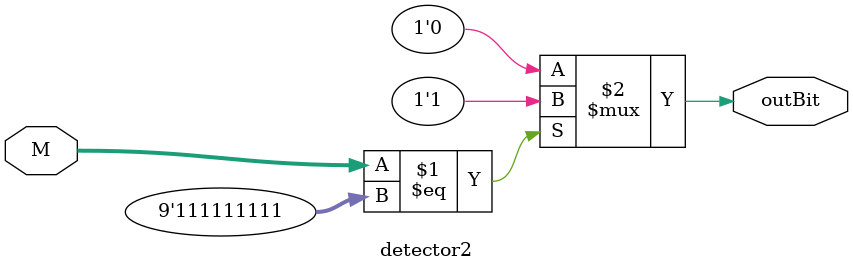
<source format=sv>

module detector1(M, outBit);

input [8:0] M;
output logic outBit;

always_comb
begin

if(M == 9'b111111111) 
	outBit <= 1;
else
	outBit <= 0;
end
endmodule



module detector2(M, outBit);

input [8:0] M;
output logic outBit;

assign outBit = (M == 9'b111111111) ? 1'b1 : 1'b0;

endmodule



</source>
